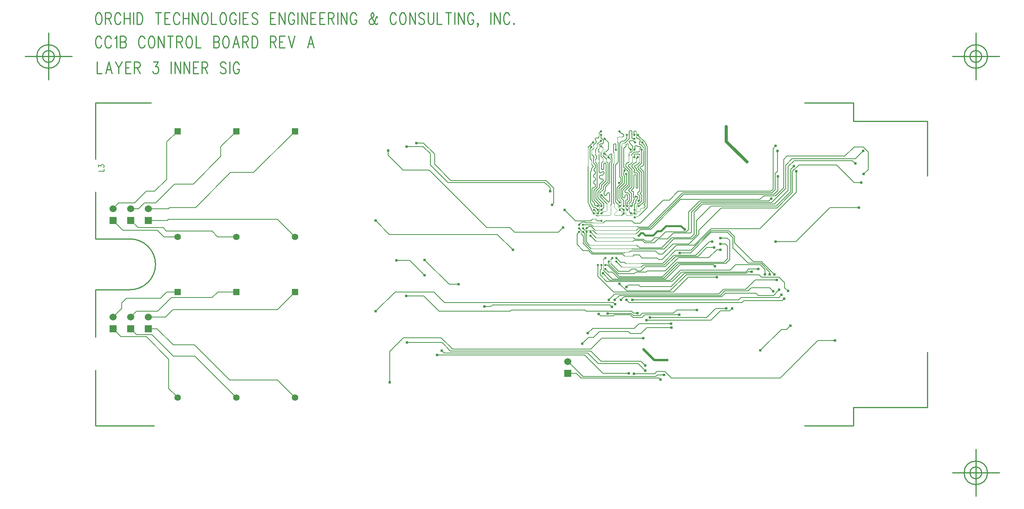
<source format=gbr>
*
*
G04 PADS 9.2 Build Number: 414666 generated Gerber (RS-274-X) file*
G04 PC Version=2.1*
*
%IN "CC1B_080118.pcb"*%
*
%MOIN*%
*
%FSLAX24Y24*%
*
*
*
*
G04 PC Standard Apertures*
*
*
G04 Thermal Relief Aperture macro.*
%AMTER*
1,1,$1,0,0*
1,0,$1-$2,0,0*
21,0,$3,$4,0,0,45*
21,0,$3,$4,0,0,135*
%
*
*
G04 Annular Aperture macro.*
%AMANN*
1,1,$1,0,0*
1,0,$2,0,0*
%
*
*
G04 Odd Aperture macro.*
%AMODD*
1,1,$1,0,0*
1,0,$1-0.005,0,0*
%
*
*
G04 PC Custom Aperture Macros*
*
*
*
*
*
*
G04 PC Aperture Table*
*
%ADD010C,0.001*%
%ADD013R,0.06X0.06*%
%ADD014C,0.06*%
%ADD025C,0.02*%
%ADD028C,0.01*%
%ADD031C,0.015*%
%ADD032C,0.005*%
%ADD035C,0.025*%
%ADD038C,0.019*%
%ADD040C,0.024*%
%ADD063C,0.008*%
%ADD231C,0.0045*%
%ADD330R,0.055X0.055*%
%ADD331C,0.055*%
*
*
*
*
G04 PC Circuitry*
G04 Layer Name CC1B_080118.pcb - circuitry*
%LPD*%
*
*
G04 PC Custom Flashes*
G04 Layer Name CC1B_080118.pcb - flashes*
%LPD*%
*
*
G04 PC Circuitry*
G04 Layer Name CC1B_080118.pcb - circuitry*
%LPD*%
*
G54D10*
G54D13*
G01X60250Y24470D03*
X21500Y37529D03*
Y28279D03*
X23000Y37529D03*
Y28279D03*
X24500D03*
Y37529D03*
G54D14*
X60250Y25470D03*
X21500Y38529D03*
Y29279D03*
X23000Y38529D03*
Y29279D03*
X24500D03*
Y38529D03*
G54D25*
X66700Y26500D02*
X67600Y25600D01*
X68700*
G54D28*
X20145Y51034D02*
Y50050D01*
X20554*
X21133Y51034D02*
X20860Y50050D01*
X21133Y51034D02*
X21406Y50050D01*
X20963Y50378D02*
X21304D01*
X21713Y51034D02*
X21985Y50565D01*
X21985D02*
Y50050D01*
X22258Y51034D02*
X21985Y50565D01*
X22565Y51034D02*
Y50050D01*
Y51034D02*
X23008D01*
X22565Y50565D02*
X22838D01*
X22565Y50050D02*
X23008D01*
X23315Y51034D02*
Y50050D01*
Y51034D02*
X23622D01*
X23724Y50987*
X23724D02*
X23758Y50940D01*
X23758D02*
X23792Y50846D01*
X23792D02*
Y50753D01*
X23792D02*
X23758Y50659D01*
X23758D02*
X23724Y50612D01*
X23724D02*
X23622Y50565D01*
X23622D02*
X23315D01*
X23554D02*
X23792Y50050D01*
X24951Y51034D02*
X25326D01*
X25326D02*
X25122Y50659D01*
X25224*
X25224D02*
X25292Y50612D01*
X25292D02*
X25326Y50565D01*
X25326D02*
X25360Y50425D01*
X25360D02*
Y50331D01*
X25360D02*
X25326Y50190D01*
X25326D02*
X25258Y50096D01*
X25258D02*
X25156Y50050D01*
X25054*
X24951Y50096*
X24951D02*
X24917Y50143D01*
X24917D02*
X24883Y50237D01*
X26451Y51034D02*
Y50050D01*
X26758Y51034D02*
Y50050D01*
Y51034D02*
X27235Y50050D01*
Y51034D02*
Y50050D01*
X27542Y51034D02*
Y50050D01*
Y51034D02*
X28020Y50050D01*
Y51034D02*
Y50050D01*
X28326Y51034D02*
Y50050D01*
Y51034D02*
X28770D01*
X28326Y50565D02*
X28599D01*
X28326Y50050D02*
X28770D01*
X29076Y51034D02*
Y50050D01*
Y51034D02*
X29383D01*
X29383D02*
X29485Y50987D01*
X29485D02*
X29520Y50940D01*
X29520D02*
X29554Y50846D01*
X29554D02*
Y50753D01*
X29520Y50659*
X29485Y50612*
X29485D02*
X29383Y50565D01*
X29383D02*
X29076D01*
X29315D02*
X29554Y50050D01*
X31122Y50893D02*
X31054Y50987D01*
X31054D02*
X30951Y51034D01*
X30951D02*
X30815D01*
X30713Y50987*
X30713D02*
X30645Y50893D01*
X30645D02*
Y50800D01*
X30679Y50706*
X30713Y50659*
X30781Y50612*
X30781D02*
X30985Y50518D01*
X30985D02*
X31054Y50471D01*
X31054D02*
X31088Y50425D01*
X31122Y50331*
Y50190*
X31122D02*
X31054Y50096D01*
X31054D02*
X30951Y50050D01*
X30951D02*
X30815D01*
X30713Y50096*
X30713D02*
X30645Y50190D01*
X31429Y51034D02*
Y50050D01*
X32247Y50800D02*
X32213Y50893D01*
X32213D02*
X32145Y50987D01*
X32145D02*
X32076Y51034D01*
X32076D02*
X31940D01*
X31872Y50987*
X31872D02*
X31804Y50893D01*
X31804D02*
X31770Y50800D01*
X31735Y50659*
X31735D02*
Y50425D01*
X31735D02*
X31770Y50284D01*
X31804Y50190*
X31804D02*
X31872Y50096D01*
X31872D02*
X31940Y50050D01*
X32076*
X32076D02*
X32145Y50096D01*
X32145D02*
X32213Y50190D01*
X32213D02*
X32247Y50284D01*
Y50425*
X32076D02*
X32247D01*
X20511Y53000D02*
X20477Y53093D01*
X20477D02*
X20409Y53187D01*
X20409D02*
X20340Y53234D01*
X20340D02*
X20204D01*
X20204D02*
X20136Y53187D01*
X20136D02*
X20068Y53093D01*
X20068D02*
X20034Y53000D01*
X20000Y52859*
Y52625*
X20034Y52484*
X20068Y52390*
X20068D02*
X20136Y52296D01*
X20136D02*
X20204Y52250D01*
X20204D02*
X20340D01*
X20340D02*
X20409Y52296D01*
X20409D02*
X20477Y52390D01*
X20477D02*
X20511Y52484D01*
X21329Y53000D02*
X21295Y53093D01*
X21295D02*
X21227Y53187D01*
X21227D02*
X21159Y53234D01*
X21022*
X21022D02*
X20954Y53187D01*
X20954D02*
X20886Y53093D01*
X20886D02*
X20852Y53000D01*
X20818Y52859*
Y52625*
X20852Y52484*
X20886Y52390*
X20886D02*
X20954Y52296D01*
X20954D02*
X21022Y52250D01*
X21022D02*
X21159D01*
X21227Y52296*
X21227D02*
X21295Y52390D01*
X21295D02*
X21329Y52484D01*
X21636Y53046D02*
X21704Y53093D01*
X21704D02*
X21806Y53234D01*
X21806D02*
Y52250D01*
X22113Y53234D02*
Y52250D01*
Y53234D02*
X22420D01*
X22522Y53187*
X22522D02*
X22556Y53140D01*
X22556D02*
X22590Y53046D01*
X22590D02*
Y52953D01*
X22590D02*
X22556Y52859D01*
X22556D02*
X22522Y52812D01*
X22522D02*
X22420Y52765D01*
X22113D02*
X22420D01*
X22420D02*
X22522Y52718D01*
X22522D02*
X22556Y52671D01*
X22556D02*
X22590Y52578D01*
X22590D02*
Y52437D01*
X22590D02*
X22556Y52343D01*
X22556D02*
X22522Y52296D01*
X22522D02*
X22420Y52250D01*
X22113*
X24193Y53000D02*
X24159Y53093D01*
X24159D02*
X24090Y53187D01*
X24090D02*
X24022Y53234D01*
X24022D02*
X23886D01*
X23818Y53187*
X23818D02*
X23750Y53093D01*
X23750D02*
X23715Y53000D01*
X23715D02*
X23681Y52859D01*
X23681D02*
Y52625D01*
X23681D02*
X23715Y52484D01*
X23715D02*
X23750Y52390D01*
X23750D02*
X23818Y52296D01*
X23818D02*
X23886Y52250D01*
X24022*
X24022D02*
X24090Y52296D01*
X24090D02*
X24159Y52390D01*
X24159D02*
X24193Y52484D01*
X24704Y53234D02*
X24636Y53187D01*
X24636D02*
X24568Y53093D01*
X24568D02*
X24534Y53000D01*
X24500Y52859*
Y52625*
X24534Y52484*
X24568Y52390*
X24568D02*
X24636Y52296D01*
X24636D02*
X24704Y52250D01*
X24704D02*
X24840D01*
X24840D02*
X24909Y52296D01*
X24909D02*
X24977Y52390D01*
X24977D02*
X25011Y52484D01*
X25045Y52625*
Y52859*
X25011Y53000*
X24977Y53093*
X24977D02*
X24909Y53187D01*
X24909D02*
X24840Y53234D01*
X24840D02*
X24704D01*
X25352D02*
Y52250D01*
Y53234D02*
X25829Y52250D01*
Y53234D02*
Y52250D01*
X26375Y53234D02*
Y52250D01*
X26136Y53234D02*
X26613D01*
X26920D02*
Y52250D01*
Y53234D02*
X27227D01*
X27329Y53187*
X27329D02*
X27363Y53140D01*
X27363D02*
X27397Y53046D01*
X27397D02*
Y52953D01*
X27397D02*
X27363Y52859D01*
X27363D02*
X27329Y52812D01*
X27329D02*
X27227Y52765D01*
X27227D02*
X26920D01*
X27159D02*
X27397Y52250D01*
X27909Y53234D02*
X27840Y53187D01*
X27840D02*
X27772Y53093D01*
X27772D02*
X27738Y53000D01*
X27738D02*
X27704Y52859D01*
X27704D02*
Y52625D01*
X27704D02*
X27738Y52484D01*
X27738D02*
X27772Y52390D01*
X27772D02*
X27840Y52296D01*
X27840D02*
X27909Y52250D01*
X28045*
X28113Y52296*
X28113D02*
X28181Y52390D01*
X28181D02*
X28215Y52484D01*
X28215D02*
X28250Y52625D01*
Y52859*
X28215Y53000*
X28215D02*
X28181Y53093D01*
X28181D02*
X28113Y53187D01*
X28113D02*
X28045Y53234D01*
X27909*
X28556D02*
Y52250D01*
X28556D02*
X28965D01*
X30056Y53234D02*
Y52250D01*
Y53234D02*
X30363D01*
X30363D02*
X30465Y53187D01*
X30465D02*
X30500Y53140D01*
X30500D02*
X30534Y53046D01*
X30534D02*
Y52953D01*
X30500Y52859*
X30465Y52812*
X30465D02*
X30363Y52765D01*
X30056D02*
X30363D01*
X30363D02*
X30465Y52718D01*
X30465D02*
X30500Y52671D01*
X30500D02*
X30534Y52578D01*
Y52437*
X30534D02*
X30500Y52343D01*
X30500D02*
X30465Y52296D01*
X30465D02*
X30363Y52250D01*
X30363D02*
X30056D01*
X31045Y53234D02*
X30977Y53187D01*
X30977D02*
X30909Y53093D01*
X30909D02*
X30875Y53000D01*
X30840Y52859*
X30840D02*
Y52625D01*
X30840D02*
X30875Y52484D01*
X30909Y52390*
X30909D02*
X30977Y52296D01*
X30977D02*
X31045Y52250D01*
X31181*
X31181D02*
X31250Y52296D01*
X31250D02*
X31318Y52390D01*
X31318D02*
X31352Y52484D01*
X31386Y52625*
Y52859*
X31352Y53000*
X31318Y53093*
X31318D02*
X31250Y53187D01*
X31250D02*
X31181Y53234D01*
X31181D02*
X31045D01*
X31965D02*
X31693Y52250D01*
X31965Y53234D02*
X32238Y52250D01*
X31795Y52578D02*
X32136D01*
X32545Y53234D02*
Y52250D01*
Y53234D02*
X32852D01*
X32954Y53187*
X32954D02*
X32988Y53140D01*
X32988D02*
X33022Y53046D01*
X33022D02*
Y52953D01*
X33022D02*
X32988Y52859D01*
X32988D02*
X32954Y52812D01*
X32954D02*
X32852Y52765D01*
X32852D02*
X32545D01*
X32784D02*
X33022Y52250D01*
X33329Y53234D02*
Y52250D01*
Y53234D02*
X33568D01*
X33670Y53187*
X33670D02*
X33738Y53093D01*
X33738D02*
X33772Y53000D01*
X33772D02*
X33806Y52859D01*
X33806D02*
Y52625D01*
X33806D02*
X33772Y52484D01*
X33772D02*
X33738Y52390D01*
X33738D02*
X33670Y52296D01*
X33670D02*
X33568Y52250D01*
X33329*
X34897Y53234D02*
Y52250D01*
Y53234D02*
X35204D01*
X35204D02*
X35306Y53187D01*
X35306D02*
X35340Y53140D01*
X35340D02*
X35375Y53046D01*
X35375D02*
Y52953D01*
X35340Y52859*
X35340D02*
X35306Y52812D01*
X35306D02*
X35204Y52765D01*
X35204D02*
X34897D01*
X35136D02*
X35375Y52250D01*
X35681Y53234D02*
Y52250D01*
Y53234D02*
X36125D01*
X35681Y52765D02*
X35954D01*
X35681Y52250D02*
X36125D01*
X36431Y53234D02*
X36704Y52250D01*
X36977Y53234D02*
X36704Y52250D01*
X38340Y53234D02*
X38068Y52250D01*
X38340Y53234D02*
X38613Y52250D01*
X38170Y52578D02*
X38511D01*
X20204Y55234D02*
X20136Y55187D01*
X20136D02*
X20068Y55093D01*
X20068D02*
X20034Y55000D01*
X20000Y54859*
Y54625*
X20034Y54484*
X20068Y54390*
X20068D02*
X20136Y54296D01*
X20136D02*
X20204Y54250D01*
X20204D02*
X20340D01*
X20340D02*
X20409Y54296D01*
X20409D02*
X20477Y54390D01*
X20477D02*
X20511Y54484D01*
X20545Y54625*
Y54859*
X20511Y55000*
X20477Y55093*
X20477D02*
X20409Y55187D01*
X20409D02*
X20340Y55234D01*
X20340D02*
X20204D01*
X20852D02*
Y54250D01*
Y55234D02*
X21159D01*
X21261Y55187*
X21261D02*
X21295Y55140D01*
X21295D02*
X21329Y55046D01*
X21329D02*
Y54953D01*
X21329D02*
X21295Y54859D01*
X21261Y54812*
X21261D02*
X21159Y54765D01*
X21159D02*
X20852D01*
X21090D02*
X21329Y54250D01*
X22147Y55000D02*
X22113Y55093D01*
X22113D02*
X22045Y55187D01*
X22045D02*
X21977Y55234D01*
X21840*
X21840D02*
X21772Y55187D01*
X21772D02*
X21704Y55093D01*
X21704D02*
X21670Y55000D01*
X21636Y54859*
Y54625*
X21670Y54484*
X21704Y54390*
X21704D02*
X21772Y54296D01*
X21772D02*
X21840Y54250D01*
X21840D02*
X21977D01*
X22045Y54296*
X22045D02*
X22113Y54390D01*
X22113D02*
X22147Y54484D01*
X22454Y55234D02*
Y54250D01*
X22931Y55234D02*
Y54250D01*
X22454Y54765D02*
X22931D01*
X23238Y55234D02*
Y54250D01*
X23545Y55234D02*
Y54250D01*
Y55234D02*
X23784D01*
X23886Y55187*
X23886D02*
X23954Y55093D01*
X23954D02*
X23988Y55000D01*
X23988D02*
X24022Y54859D01*
X24022D02*
Y54625D01*
X24022D02*
X23988Y54484D01*
X23988D02*
X23954Y54390D01*
X23954D02*
X23886Y54296D01*
X23886D02*
X23784Y54250D01*
X23545*
X25352Y55234D02*
Y54250D01*
X25113Y55234D02*
X25590D01*
X25897D02*
Y54250D01*
Y55234D02*
X26340D01*
X25897Y54765D02*
X26170D01*
X25897Y54250D02*
X26340D01*
X27159Y55000D02*
X27125Y55093D01*
X27125D02*
X27056Y55187D01*
X27056D02*
X26988Y55234D01*
X26988D02*
X26852D01*
X26784Y55187*
X26784D02*
X26715Y55093D01*
X26715D02*
X26681Y55000D01*
X26681D02*
X26647Y54859D01*
X26647D02*
Y54625D01*
X26647D02*
X26681Y54484D01*
X26681D02*
X26715Y54390D01*
X26715D02*
X26784Y54296D01*
X26784D02*
X26852Y54250D01*
X26988*
X26988D02*
X27056Y54296D01*
X27056D02*
X27125Y54390D01*
X27125D02*
X27159Y54484D01*
X27465Y55234D02*
Y54250D01*
X27943Y55234D02*
Y54250D01*
X27465Y54765D02*
X27943D01*
X28250Y55234D02*
Y54250D01*
Y55234D02*
X28727Y54250D01*
Y55234D02*
Y54250D01*
X29238Y55234D02*
X29170Y55187D01*
X29170D02*
X29102Y55093D01*
X29102D02*
X29068Y55000D01*
X29034Y54859*
Y54625*
X29068Y54484*
X29102Y54390*
X29102D02*
X29170Y54296D01*
X29170D02*
X29238Y54250D01*
X29238D02*
X29375D01*
X29443Y54296*
X29443D02*
X29511Y54390D01*
X29511D02*
X29545Y54484D01*
X29579Y54625*
X29579D02*
Y54859D01*
X29579D02*
X29545Y55000D01*
X29511Y55093*
X29511D02*
X29443Y55187D01*
X29443D02*
X29375Y55234D01*
X29238*
X29886D02*
Y54250D01*
X30295*
X30806Y55234D02*
X30738Y55187D01*
X30738D02*
X30670Y55093D01*
X30670D02*
X30636Y55000D01*
X30602Y54859*
Y54625*
X30636Y54484*
X30670Y54390*
X30670D02*
X30738Y54296D01*
X30738D02*
X30806Y54250D01*
X30806D02*
X30943D01*
X31011Y54296*
X31011D02*
X31079Y54390D01*
X31079D02*
X31113Y54484D01*
X31113D02*
X31147Y54625D01*
X31147D02*
Y54859D01*
X31147D02*
X31113Y55000D01*
X31113D02*
X31079Y55093D01*
X31079D02*
X31011Y55187D01*
X31011D02*
X30943Y55234D01*
X30806*
X31965Y55000D02*
X31931Y55093D01*
X31931D02*
X31863Y55187D01*
X31863D02*
X31795Y55234D01*
X31659*
X31590Y55187*
X31590D02*
X31522Y55093D01*
X31522D02*
X31488Y55000D01*
X31488D02*
X31454Y54859D01*
X31454D02*
Y54625D01*
X31454D02*
X31488Y54484D01*
X31488D02*
X31522Y54390D01*
X31522D02*
X31590Y54296D01*
X31590D02*
X31659Y54250D01*
X31795*
X31863Y54296*
X31863D02*
X31931Y54390D01*
X31931D02*
X31965Y54484D01*
X31965D02*
Y54625D01*
X31795D02*
X31965D01*
X32272Y55234D02*
Y54250D01*
X32579Y55234D02*
Y54250D01*
Y55234D02*
X33022D01*
X32579Y54765D02*
X32852D01*
X32579Y54250D02*
X33022D01*
X33806Y55093D02*
X33738Y55187D01*
X33738D02*
X33636Y55234D01*
X33500*
X33397Y55187*
X33397D02*
X33329Y55093D01*
X33329D02*
Y55000D01*
X33329D02*
X33363Y54906D01*
X33363D02*
X33397Y54859D01*
X33397D02*
X33465Y54812D01*
X33465D02*
X33670Y54718D01*
X33670D02*
X33738Y54671D01*
X33738D02*
X33772Y54625D01*
X33772D02*
X33806Y54531D01*
X33806D02*
Y54390D01*
X33806D02*
X33738Y54296D01*
X33738D02*
X33636Y54250D01*
X33500*
X33397Y54296*
X33397D02*
X33329Y54390D01*
X34897Y55234D02*
Y54250D01*
Y55234D02*
X35340D01*
X34897Y54765D02*
X35170D01*
X34897Y54250D02*
X35340D01*
X35647Y55234D02*
Y54250D01*
Y55234D02*
X36125Y54250D01*
Y55234D02*
Y54250D01*
X36943Y55000D02*
X36909Y55093D01*
X36909D02*
X36840Y55187D01*
X36840D02*
X36772Y55234D01*
X36772D02*
X36636D01*
X36568Y55187*
X36568D02*
X36500Y55093D01*
X36500D02*
X36465Y55000D01*
X36465D02*
X36431Y54859D01*
X36431D02*
Y54625D01*
X36431D02*
X36465Y54484D01*
X36465D02*
X36500Y54390D01*
X36500D02*
X36568Y54296D01*
X36568D02*
X36636Y54250D01*
X36772*
X36772D02*
X36840Y54296D01*
X36840D02*
X36909Y54390D01*
X36909D02*
X36943Y54484D01*
Y54625*
X36772D02*
X36943D01*
X37250Y55234D02*
Y54250D01*
X37556Y55234D02*
Y54250D01*
Y55234D02*
X38034Y54250D01*
Y55234D02*
Y54250D01*
X38340Y55234D02*
Y54250D01*
Y55234D02*
X38784D01*
X38340Y54765D02*
X38613D01*
X38340Y54250D02*
X38784D01*
X39090Y55234D02*
Y54250D01*
Y55234D02*
X39534D01*
X39090Y54765D02*
X39363D01*
X39090Y54250D02*
X39534D01*
X39840Y55234D02*
Y54250D01*
Y55234D02*
X40147D01*
X40147D02*
X40250Y55187D01*
X40250D02*
X40284Y55140D01*
X40284D02*
X40318Y55046D01*
X40318D02*
Y54953D01*
X40284Y54859*
X40250Y54812*
X40250D02*
X40147Y54765D01*
X40147D02*
X39840D01*
X40079D02*
X40318Y54250D01*
X40625Y55234D02*
Y54250D01*
X40931Y55234D02*
Y54250D01*
Y55234D02*
X41409Y54250D01*
Y55234D02*
Y54250D01*
X42227Y55000D02*
X42193Y55093D01*
X42193D02*
X42125Y55187D01*
X42125D02*
X42056Y55234D01*
X42056D02*
X41920D01*
X41852Y55187*
X41852D02*
X41784Y55093D01*
X41784D02*
X41750Y55000D01*
X41715Y54859*
X41715D02*
Y54625D01*
X41715D02*
X41750Y54484D01*
X41784Y54390*
X41784D02*
X41852Y54296D01*
X41852D02*
X41920Y54250D01*
X42056*
X42056D02*
X42125Y54296D01*
X42125D02*
X42193Y54390D01*
X42193D02*
X42227Y54484D01*
Y54625*
X42056D02*
X42227D01*
X44000Y54812D02*
Y54859D01*
X43965Y54906*
X43965D02*
X43931D01*
X43931D02*
X43897Y54859D01*
X43897D02*
X43863Y54765D01*
X43863D02*
X43795Y54531D01*
X43727Y54390*
X43727D02*
X43659Y54296D01*
X43659D02*
X43590Y54250D01*
X43590D02*
X43454D01*
X43454D02*
X43386Y54296D01*
X43386D02*
X43352Y54343D01*
X43352D02*
X43318Y54437D01*
X43318D02*
Y54531D01*
X43352Y54625*
X43386Y54671*
X43386D02*
X43625Y54859D01*
X43659Y54906*
X43693Y55000*
Y55093*
X43693D02*
X43659Y55187D01*
X43659D02*
X43590Y55234D01*
X43590D02*
X43522Y55187D01*
X43522D02*
X43488Y55093D01*
X43488D02*
Y55000D01*
X43488D02*
X43522Y54859D01*
X43522D02*
X43590Y54718D01*
X43590D02*
X43761Y54390D01*
X43761D02*
X43829Y54296D01*
X43829D02*
X43897Y54250D01*
X43897D02*
X43965D01*
X43965D02*
X44000Y54296D01*
X44000D02*
Y54343D01*
X45602Y55000D02*
X45568Y55093D01*
X45568D02*
X45500Y55187D01*
X45500D02*
X45431Y55234D01*
X45431D02*
X45295D01*
X45227Y55187*
X45227D02*
X45159Y55093D01*
X45159D02*
X45125Y55000D01*
X45090Y54859*
X45090D02*
Y54625D01*
X45090D02*
X45125Y54484D01*
X45159Y54390*
X45159D02*
X45227Y54296D01*
X45227D02*
X45295Y54250D01*
X45431*
X45431D02*
X45500Y54296D01*
X45500D02*
X45568Y54390D01*
X45568D02*
X45602Y54484D01*
X46113Y55234D02*
X46045Y55187D01*
X46045D02*
X45977Y55093D01*
X45977D02*
X45943Y55000D01*
X45909Y54859*
Y54625*
X45943Y54484*
X45977Y54390*
X45977D02*
X46045Y54296D01*
X46045D02*
X46113Y54250D01*
X46113D02*
X46250D01*
X46318Y54296*
X46318D02*
X46386Y54390D01*
X46386D02*
X46420Y54484D01*
X46454Y54625*
X46454D02*
Y54859D01*
X46454D02*
X46420Y55000D01*
X46386Y55093*
X46386D02*
X46318Y55187D01*
X46318D02*
X46250Y55234D01*
X46113*
X46761D02*
Y54250D01*
Y55234D02*
X47238Y54250D01*
Y55234D02*
Y54250D01*
X48022Y55093D02*
X47954Y55187D01*
X47954D02*
X47852Y55234D01*
X47715*
X47715D02*
X47613Y55187D01*
X47613D02*
X47545Y55093D01*
X47545D02*
Y55000D01*
X47579Y54906*
X47579D02*
X47613Y54859D01*
X47613D02*
X47681Y54812D01*
X47681D02*
X47886Y54718D01*
X47886D02*
X47954Y54671D01*
X47954D02*
X47988Y54625D01*
X47988D02*
X48022Y54531D01*
X48022D02*
Y54390D01*
X48022D02*
X47954Y54296D01*
X47954D02*
X47852Y54250D01*
X47715*
X47715D02*
X47613Y54296D01*
X47613D02*
X47545Y54390D01*
X48329Y55234D02*
Y54531D01*
X48329D02*
X48363Y54390D01*
X48363D02*
X48431Y54296D01*
X48431D02*
X48534Y54250D01*
X48602*
X48704Y54296*
X48704D02*
X48772Y54390D01*
X48772D02*
X48806Y54531D01*
X48806D02*
Y55234D01*
X49113D02*
Y54250D01*
X49113D02*
X49522D01*
X50068Y55234D02*
Y54250D01*
X49829Y55234D02*
X50306D01*
X50613D02*
Y54250D01*
X50920Y55234D02*
Y54250D01*
Y55234D02*
X51397Y54250D01*
Y55234D02*
Y54250D01*
X52215Y55000D02*
X52181Y55093D01*
X52181D02*
X52113Y55187D01*
X52113D02*
X52045Y55234D01*
X51909*
X51840Y55187*
X51840D02*
X51772Y55093D01*
X51772D02*
X51738Y55000D01*
X51738D02*
X51704Y54859D01*
X51704D02*
Y54625D01*
X51704D02*
X51738Y54484D01*
X51738D02*
X51772Y54390D01*
X51772D02*
X51840Y54296D01*
X51840D02*
X51909Y54250D01*
X52045*
X52113Y54296*
X52113D02*
X52181Y54390D01*
X52181D02*
X52215Y54484D01*
X52215D02*
Y54625D01*
X52045D02*
X52215D01*
X52590Y54296D02*
X52556Y54250D01*
X52556D02*
X52522Y54296D01*
X52522D02*
X52556Y54343D01*
X52556D02*
X52590Y54296D01*
X52590D02*
Y54203D01*
X52590D02*
X52556Y54109D01*
X52556D02*
X52522Y54062D01*
X53681Y55234D02*
Y54250D01*
X53988Y55234D02*
Y54250D01*
Y55234D02*
X54465Y54250D01*
Y55234D02*
Y54250D01*
X55284Y55000D02*
X55250Y55093D01*
X55250D02*
X55181Y55187D01*
X55181D02*
X55113Y55234D01*
X55113D02*
X54977D01*
X54909Y55187*
X54909D02*
X54840Y55093D01*
X54840D02*
X54806Y55000D01*
X54806D02*
X54772Y54859D01*
X54772D02*
Y54625D01*
X54772D02*
X54806Y54484D01*
X54806D02*
X54840Y54390D01*
X54840D02*
X54909Y54296D01*
X54909D02*
X54977Y54250D01*
X55113*
X55113D02*
X55181Y54296D01*
X55181D02*
X55250Y54390D01*
X55250D02*
X55284Y54484D01*
X55625Y54343D02*
X55590Y54296D01*
X55590D02*
X55625Y54250D01*
X55659Y54296*
X55659D02*
X55625Y54343D01*
X17000Y51500D02*
G75*
G03X17000I-1000J0D01*
G01X16500D02*
G03X16500I-500J0D01*
G01X16000Y53500D02*
Y49500D01*
X14000Y51500D02*
X18000D01*
X96000D02*
G03X96000I-1000J0D01*
G01X95500D02*
G03X95500I-500J0D01*
G01X95000Y53500D02*
Y49500D01*
X93000Y51500D02*
X97000D01*
X96000Y16000D02*
G03X96000I-1000J0D01*
G01X95500D02*
G03X95500I-500J0D01*
G01X95000Y18000D02*
Y14000D01*
X93000Y16000D02*
X97000D01*
X25000Y20000D02*
X20000D01*
Y24750*
Y42750D02*
Y47560D01*
X24750*
X80410Y47559D02*
X84565D01*
Y45985*
X90865*
Y41300*
X80403Y20000D02*
X84568D01*
Y21573*
X90867*
Y26270*
X20000Y27596D02*
Y31614D01*
X22950*
G03X22949Y35940I7J2163*
G01X22950D02*
X20000D01*
Y39956*
G54D31*
X66259Y36220D02*
X66480Y36456D01*
X66480D02*
X66653D01*
X66653D02*
X66850Y36259D01*
X66850D02*
X67519D01*
X67519D02*
X67874Y36614D01*
X68175*
X68610Y37050*
X68610D02*
X69875D01*
X70200Y36750*
G54D32*
X45075Y23700D02*
Y26350D01*
X46250Y27525*
X49450*
X50425Y26550*
X62200*
X63125Y27475*
X66675*
X27000Y31429D02*
X27070D01*
X24500Y29279D02*
X25975D01*
X25975D02*
X26620Y29925D01*
X35495*
X37000Y31429*
X24500Y28279D02*
X25250D01*
X25250D02*
X26625Y26904D01*
X26625D02*
X28450D01*
X28450D02*
X31429Y23925D01*
X31429D02*
X35504D01*
X35504D02*
X37000Y22429D01*
X23000Y29279D02*
X23495Y29775D01*
X25300*
X26475Y30950*
X29950*
X30429Y31429*
X30429D02*
X32000D01*
X23000Y28279D02*
X23504Y27775D01*
X23504D02*
X24800D01*
X26625Y25950*
X28479*
X28479D02*
X32000Y22429D01*
X21500Y29279D02*
X22245Y30025D01*
Y30475*
X22645Y30875*
X25525*
X26079Y31429*
X26079D02*
X27070D01*
X21500Y28279D02*
X22175Y27604D01*
X22175D02*
X24325D01*
X24325D02*
X26254Y25675D01*
X26254D02*
Y23175D01*
X26254D02*
X26925Y22504D01*
X26925D02*
Y22354D01*
X26925D02*
X27000Y22429D01*
X43875Y29775D02*
X45525Y31425D01*
X48825*
X49725Y30525*
X64125*
X64275Y30375*
X46475Y31075D02*
X47975D01*
X49275Y29775*
X55350*
X55450Y29875*
X61700*
X61800Y29775*
X65675*
X65825Y29625*
X66175*
X49500Y26425D02*
X49700Y26225D01*
X61925*
X62850Y25300*
X66225*
X66825Y24700*
X46525Y27100D02*
X49525D01*
X50250Y26375*
X62200*
X63075Y25500*
X66475*
X66825Y25150*
X49100Y26050D02*
X61675D01*
X63250Y24475*
X65425*
X53125Y30175D02*
X53675D01*
X53825Y30325*
X63825*
X64000Y30150*
X61475Y27025D02*
X62000Y27550D01*
X62425*
X62925Y28050*
X65400*
X65575Y27875*
X66475*
X66975Y28375*
X69075*
X61950Y27900D02*
X62375Y28325D01*
X65900*
X66300Y28725*
X69050*
X63650Y29575D02*
X65650D01*
X65825Y29400*
X66400*
X66600Y29600*
X69250*
X69525Y29875*
X71225*
X65875Y24450D02*
X67625D01*
X67825Y24650*
X68500*
X69075Y24075*
X78325*
X81525Y27275*
X83000*
X66925Y29025D02*
X72450D01*
X73225Y29800*
X74050*
X74250Y30000*
X67250Y29250D02*
X72075D01*
X72850Y30025*
X73750*
X62875Y29550D02*
X63050Y29375D01*
X64100*
X64200Y29475*
X65575*
X65800Y29250*
X66575*
X66800Y29475*
X69750*
X63740Y30748D02*
X64242Y31250D01*
X73100*
X73500Y31650*
X75400*
X76200Y32450*
X78050*
X64252Y30748D02*
X64628Y31125D01*
X64628D02*
X73225D01*
X73600Y31500*
X75600*
X75875Y31775*
X77400*
X77450*
X77750Y31475*
X65748Y30748D02*
X73073D01*
X73075Y30750*
X74800*
X75000Y30950*
X78225*
X78450Y31175*
X65236Y30748D02*
X65484Y30500D01*
X75075*
X75250Y30675*
X78500*
X78675Y30850*
X65236Y31850D02*
X65393Y32007D01*
X65393D02*
X66299D01*
X66299D02*
X66417Y31889D01*
X66417D02*
X69050D01*
X69050D02*
X70160Y33000D01*
X75450*
X75600Y33150*
X75900*
X64763Y30748D02*
X65025Y31000D01*
X73350*
X73675Y31325*
X76275*
X76475Y31125*
X77775*
X78250Y31600*
X60250Y25470D02*
X60279D01*
X60279D02*
X61550Y24200D01*
X67725*
X67875Y24350*
X68425*
X60250Y24470D02*
X60979D01*
X60979D02*
X61375Y24075D01*
X68025*
X68150Y23950*
X76650Y26450D02*
X78425Y28225D01*
X78875*
X79200Y28550*
X24500Y38529D02*
X26225D01*
X26225D02*
X26320Y38625D01*
X28525*
X31500Y41600*
X33470*
X37000Y45129*
X24500Y37529D02*
X26125D01*
X26125D02*
X26220Y37625D01*
X35504*
X35504D02*
X37000Y36129D01*
X23000Y38529D02*
X23675D01*
X23675D02*
X24175Y39025D01*
X25125*
X26725Y40625*
X28325*
X30675Y42975*
Y43804*
X30675D02*
X32000Y45129D01*
X23000Y37529D02*
X23629Y36900D01*
X23629D02*
X25775D01*
X26050Y36625*
X29925*
X30420Y36129*
X30420D02*
X32000D01*
X21500Y38529D02*
X21970Y39000D01*
X23325*
X24325Y40000*
X25050*
X26075Y41025*
Y44204*
X26075D02*
X27000Y45129D01*
X21500Y37529D02*
X22354Y36675D01*
X22354D02*
X25284D01*
X25829Y36129*
X25829D02*
X27000D01*
X45650Y34100D02*
X46775D01*
X48025Y32850*
Y34150D02*
X50125Y32075D01*
X50925*
X43875Y37500D02*
X45050Y36325D01*
X54250*
X55575Y35000*
X58905Y38850D02*
X59055Y39000D01*
X65472Y34803D02*
X65590Y34921D01*
X65590D02*
X67716D01*
X67716D02*
X67992Y34645D01*
X67992D02*
X68320D01*
X68320D02*
X69200Y35525D01*
X70582*
X70582D02*
X71400Y36342D01*
Y36675*
X73300Y38575*
X78075*
X79150Y39675*
X79375Y39900*
Y41700*
X79925Y42250*
X83150*
X84650Y40750*
X85250*
X66063Y36378D02*
X66435Y36750D01*
X67303*
X69853Y39300*
X76600*
X76925Y39625*
X77950*
X78625Y40300*
Y42725*
X78900Y43000*
X83850*
X84625Y43775*
X85400*
X85825Y43350*
X63267Y37322D02*
X63425Y37480D01*
X65708*
X65708D02*
X65905Y37283D01*
X65905D02*
X66400D01*
X68375Y39252*
X68897*
X68897D02*
X69645Y40000D01*
X69645D02*
X77550D01*
X77725Y40175*
Y43650*
X77950Y43875*
X66175Y37007D02*
X66232Y36950D01*
X66232D02*
X67107D01*
X70039Y39881*
X70039D02*
X77631D01*
X77631D02*
X77900Y40150D01*
Y41525*
X78100Y41725*
Y43450*
X65800Y35748D02*
X65875Y35823D01*
X66600*
X66800Y35625*
X67600*
X67925Y35950*
X68725*
X69225Y36450*
X70700*
X70775Y36525*
Y38225*
X71600Y39050*
X77600*
X78800Y40250*
Y42225*
X79350Y42775*
X84725*
X85400Y43450*
X65800Y34488D02*
X65886Y34575D01*
X65886D02*
X66325D01*
X66550Y34330*
X66550D02*
X67834D01*
X67834D02*
X67992Y34173D01*
X68267*
X68267D02*
X69519Y35425D01*
X71050*
X72437Y36812*
X72437D02*
X76612D01*
X76612D02*
X79700Y39900D01*
Y41700*
X66456Y33858D02*
X68325D01*
X69425Y34975*
X70750*
X72425Y36650*
X73950*
X74450Y36150*
Y35600*
X76050Y34000*
X76750*
X77850Y32900*
X63267Y34173D02*
X63425Y34330D01*
X66500Y33543D02*
X66675Y33718D01*
X68450*
X69275Y34550*
X71150*
X72300Y35700*
X72550*
X65700Y35118D02*
X65743Y35075D01*
X68425*
X69275Y35950*
X70850*
X71200Y36300*
Y37500*
X72450Y38750*
X78003*
X78003D02*
X79225Y39971D01*
Y41875*
X79500Y42150*
X62598Y37637D02*
X62755Y37480D01*
X62755D02*
X63110D01*
X66100Y35433D02*
X66183Y35350D01*
X66383Y35175*
X68225*
X69100Y36050*
X70700*
X71000Y36350*
Y38225*
X71700Y38925*
X77850*
X79000Y40075*
Y42100*
X79525Y42625*
X83350*
X84475*
X84725Y42375*
X61378Y36378D02*
X61574Y36181D01*
X61574D02*
Y35551D01*
X61574D02*
X62362Y34763D01*
X62362D02*
X65050D01*
X65050D02*
X65089Y34803D01*
X65825Y36063D02*
X65956Y35931D01*
X66675*
X66875Y35750*
X67375*
X67675Y36050*
X68075*
X68575Y36550*
X70350*
X70550Y36750*
Y38250*
X71475Y39175*
X77375*
X77575Y39375*
X61850Y36850D02*
X62025Y37025D01*
X62227*
X62559Y36692*
X61220Y36850D02*
X61378Y36692D01*
X61220Y37165D02*
X61430Y37375D01*
X61722*
X61722D02*
X61775Y37322D01*
X61775D02*
X62325D01*
X66102Y36692D02*
X66259Y36850D01*
X67204*
X70118Y39763*
X70118D02*
X77813D01*
X77813D02*
X78125Y40075D01*
Y41275*
X63897Y33854D02*
X64563Y33189D01*
X64563D02*
X65475D01*
X65475D02*
X65672Y33385D01*
X65672D02*
X65995D01*
X65995D02*
X66181Y33200D01*
X66475*
X66850Y33575*
X68550*
X69425Y34450*
X71323*
X72075Y35225*
X72700*
X62992Y32876D02*
Y33267D01*
X62992D02*
X63110Y33385D01*
X63110D02*
Y33700D01*
X62992Y32876D02*
X63543Y32325D01*
X68543*
X69125*
X69925Y33125*
X75400*
X75650Y33375*
X76475*
X64645Y32126D02*
X65271Y31500D01*
X65271D02*
X68950D01*
X70325Y32875*
X76525*
X76725Y32675*
X78250*
X78710Y32214*
X78710D02*
Y31789D01*
X78710D02*
X79000Y31500D01*
X63897Y34173D02*
X64055Y34330D01*
X63267Y33282D02*
X64025Y32525D01*
X68582*
X68582D02*
X69807Y33750D01*
X69807D02*
X72625D01*
X72775Y33600*
X63425Y33385D02*
X63700Y33110D01*
X63700D02*
X64042D01*
X64527Y32625*
X64527D02*
X68450D01*
X69675Y33850*
X73700*
X74025Y34175*
Y35800*
X59975Y38425D02*
X60919Y37480D01*
X60919D02*
X62204D01*
X62204D02*
X62362Y37637D01*
X61535Y36535D02*
X61692Y36378D01*
X61692D02*
Y35629D01*
X61692D02*
X62204Y35118D01*
X61535Y37165D02*
X62250D01*
X62400Y37007*
X61850Y36535D02*
Y35669D01*
X62086Y35433*
X62637Y37992D02*
X62716Y37913D01*
X62716D02*
X62874D01*
X62913Y37952*
X62962Y39576D02*
X63582Y38956D01*
X63897Y38858D02*
X63976Y38937D01*
Y42401*
X63976D02*
X64015Y42440D01*
X64015D02*
Y42834D01*
X62165Y39055D02*
Y41653D01*
X62165D02*
X62283Y41771D01*
X62283D02*
Y41968D01*
X62283D02*
X62401Y42086D01*
X62165Y39055D02*
X62322Y38897D01*
X62322D02*
Y38779D01*
X62322D02*
X62480Y38622D01*
X62598*
X62795Y38425*
Y39921D02*
Y39448D01*
X62795D02*
X63307Y38937D01*
X62795Y39921D02*
X63110Y40236D01*
Y40511*
X63110D02*
X63503Y40905D01*
X63503D02*
Y42322D01*
X61968Y42165D02*
Y39055D01*
X61968D02*
X62362Y38228D01*
X62480Y38110*
X64842Y37952D02*
X65000Y38110D01*
X63346Y39960D02*
Y39724D01*
X63425Y39645*
X63425D02*
X63503D01*
X63503D02*
X63582Y39724D01*
X63582D02*
Y39803D01*
X63582D02*
X63661Y39881D01*
X63661D02*
X63740D01*
X63740D02*
X63818Y39803D01*
X63346Y39960D02*
X63425Y40039D01*
Y40354*
X63818Y40748*
X63818D02*
Y42480D01*
X63818D02*
X63858Y42519D01*
X64133Y39015D02*
Y42322D01*
X64133D02*
X64173Y42362D01*
X64133Y39015D02*
X64212Y38937D01*
X66338Y37952D02*
X67007Y38622D01*
X67007D02*
Y43818D01*
X65472Y38976D02*
X65669Y39173D01*
X64842Y38582D02*
X65000Y38425D01*
X66181Y38937D02*
X66299D01*
X66535Y39173*
Y39685*
X65157Y38858D02*
Y39212D01*
X65157D02*
X65236Y39291D01*
X65315*
X65354Y39330*
X65472Y38267D02*
X65629Y38110D01*
X64606Y39370D02*
Y40236D01*
X65078Y40708*
X66732Y38858D02*
Y38897D01*
X66732D02*
X66850Y39015D01*
X66732Y38858D02*
X66850Y38740D01*
Y38700*
X66417Y39842D02*
Y39803D01*
X66535Y39685*
X66417Y39842D02*
X66535Y39960D01*
X66535D02*
Y41614D01*
X65433Y38543D02*
Y38622D01*
X65472Y38661*
X65433Y38543D02*
X65472Y38503D01*
X66732Y38582D02*
X66850Y38700D01*
X66220Y39763D02*
Y39881D01*
X66220D02*
X66378Y40039D01*
X66220Y39763D02*
X66378Y39606D01*
Y39291*
X65157Y38582D02*
X65315Y38425D01*
X64921Y39527D02*
Y40078D01*
X64921D02*
X65393Y40551D01*
X64921Y39527D02*
X65000Y39448D01*
X65000D02*
X65078D01*
X65078D02*
X65118Y39488D01*
Y39645*
X65118D02*
X65196Y39724D01*
X65196D02*
X65275D01*
X65275D02*
X65354Y39645D01*
X65354D02*
Y39330D01*
X64763Y39448D02*
Y40157D01*
X64763D02*
X65236Y40629D01*
X64763Y39448D02*
X65000Y39212D01*
X65000D02*
Y38740D01*
X65708Y38976D02*
Y38937D01*
X65708D02*
X65787Y38858D01*
X65708Y38976D02*
X65826Y39094D01*
X65826D02*
Y39252D01*
X65826D02*
X65905Y39330D01*
X65905D02*
Y39448D01*
X62952Y39842D02*
X63267Y40157D01*
X63267D02*
Y40433D01*
X63267D02*
X63661Y40826D01*
X63661D02*
Y42401D01*
X63110Y39685D02*
X63700Y39094D01*
X63700D02*
X63740D01*
X63818Y39173*
X63818D02*
Y39803D01*
X63425Y33700D02*
X63650D01*
X63650D02*
X64625Y32725D01*
X64625D02*
X68300D01*
X69525Y33950*
X73550*
X73850Y34250*
Y35350*
X62795Y33700D02*
Y32738D01*
X62795D02*
X64133Y31400D01*
X64133D02*
X69225D01*
X70500Y32675*
X72925*
X64370Y34330D02*
X64744Y33956D01*
X64744D02*
X65059D01*
X65059D02*
X65157Y33858D01*
X64370Y34015D02*
X64842Y33543D01*
X63740Y34015D02*
Y33794D01*
X64542Y32992*
X65915*
X65915D02*
X66023Y33100D01*
X66023D02*
X66900D01*
X67000Y33200*
X68525*
X69675Y34350*
X72250*
X72925Y35025*
X73225*
X61023Y36338D02*
Y35472D01*
X61023D02*
X61535Y34960D01*
X61535D02*
X62007D01*
X62007D02*
X62322Y34645D01*
X62322D02*
X64921D01*
X64921D02*
X65078Y34488D01*
X61023Y36338D02*
X61220Y36535D01*
X62362Y36692D02*
X62677Y36378D01*
X63225Y33000D02*
X63800Y32425D01*
X68975*
X69825Y33275*
X74075*
X74550Y33750*
X76650*
X77050Y33350*
Y32900*
X63110Y38110D02*
X63267Y38267D01*
X62795Y38110D02*
X62952Y38346D01*
X63110Y38425D02*
X63307Y38622D01*
Y38937*
X62480Y38425D02*
X62637Y38267D01*
X62322Y39212D02*
Y40236D01*
X62322D02*
X62401Y40315D01*
X62401D02*
X62480D01*
X62598Y40433*
X62322Y39212D02*
X62519Y39015D01*
X62519D02*
Y38858D01*
X62519D02*
X62598Y38779D01*
X62598D02*
X62755D01*
X62755D02*
X62795Y38740D01*
X65315D02*
Y39055D01*
X65511Y39252*
X65511D02*
Y39724D01*
X65629Y38740D02*
X65748D01*
X65787Y38779*
X65787D02*
Y38858D01*
X66259Y39173D02*
X66378Y39291D01*
X66259Y38740D02*
X66338D01*
X66338D02*
X66692Y39094D01*
X66692D02*
Y41692D01*
X66023Y39566D02*
X66181D01*
X66181D02*
X66220Y39527D01*
X65944Y38425D02*
Y38937D01*
X65944D02*
X66036Y39028D01*
Y39212*
X66036D02*
X66220Y39409D01*
Y39527*
X65944Y38110D02*
Y38070D01*
X62165Y36535D02*
X62637Y36063D01*
X61535Y36850D02*
X61692Y36692D01*
X62165Y36220D02*
X62637Y35748D01*
X69763Y34763D02*
X70700D01*
X70700D02*
X72424Y36500D01*
X73850*
X74300Y36050*
Y35175*
X75600Y33875*
X76700*
X77450Y33125*
Y32900*
X73225Y36025D02*
X73800D01*
X74025Y35800*
X73225Y35525D02*
X73675D01*
X73850Y35350*
X77925Y35725D02*
X79675D01*
X82575Y38625*
X85050*
X44925Y43475D02*
Y43085D01*
X46200Y41811*
X48425*
X53325Y36929*
X55300*
X55700Y36529*
X59442*
X59442D02*
X59842Y36929D01*
X46500Y43825D02*
X47900D01*
X48525Y43200*
Y42250*
X50025Y40750*
X58275*
X58725Y40300*
Y40000*
X47350Y44125D02*
X47950D01*
X48900Y43175*
Y42300*
X50275Y40925*
X58400*
X59055Y40269*
X59055D02*
Y39000D01*
X65393Y43740D02*
X65590Y43543D01*
X62755Y44015D02*
X63070Y44330D01*
X62913Y43937D02*
X63031Y44055D01*
X63189*
X63267Y44133*
X63267D02*
Y44370D01*
X62480Y40078D02*
Y39291D01*
X62952Y38818*
X62480Y40078D02*
X62755Y40354D01*
X62755D02*
Y42322D01*
X61968Y43740D02*
X62401Y44173D01*
X62559Y44410D02*
X62676Y44292D01*
X62676D02*
X62676D01*
X62676D02*
X62677Y44291D01*
Y44173*
X62559Y44410D02*
Y44488D01*
X62637Y44566*
X62637D02*
X62834D01*
X62834D02*
X62913Y44645D01*
X62913D02*
Y44685D01*
X62283Y43503D02*
X62440Y43661D01*
Y40708D02*
Y40826D01*
X62440D02*
X62598Y40984D01*
X62440Y40708D02*
X62598Y40551D01*
Y40433*
X62283Y43149D02*
X62480Y42952D01*
X62480D02*
Y42874D01*
X62283Y42283D02*
X62401Y42165D01*
X62401D02*
Y42086D01*
X62913Y44960D02*
X63070Y45118D01*
X62834Y43543D02*
Y43464D01*
X62834D02*
X62913Y43385D01*
X62913D02*
Y43307D01*
X62834Y43543D02*
X62913Y43622D01*
Y42519D02*
Y41653D01*
X62913D02*
X62992Y41574D01*
X62992D02*
X63070D01*
X63070D02*
X63189Y41692D01*
X63189D02*
X63267D01*
X63267D02*
X63346Y41614D01*
X62440Y41259D02*
Y41378D01*
X62440D02*
X62598Y41535D01*
X62440Y41259D02*
X62598Y41102D01*
Y40984*
Y43149D02*
Y43110D01*
X62716Y42992*
X62598Y42519D02*
Y42480D01*
X62755Y42322*
X63543Y42519D02*
X63661Y42401D01*
X62952Y41299D02*
Y41141D01*
X62952D02*
X63031Y41063D01*
X63189*
X63267Y40984*
X62952Y41299D02*
X63031Y41378D01*
X63189*
X63346Y41535*
Y41614*
X62637Y40000D02*
Y39370D01*
X62637D02*
X63110Y38897D01*
X63110D02*
Y38740D01*
X62637Y40000D02*
X62952Y40315D01*
X62952D02*
Y40590D01*
X62952D02*
X63267Y40905D01*
X63267D02*
Y40984D01*
X62440Y42401D02*
Y42834D01*
X62440D02*
X62480Y42874D01*
X62440Y42401D02*
X62598Y42244D01*
Y42007*
X63228Y43065D02*
X63543Y42750D01*
X62440Y43937D02*
X62677Y44173D01*
X62126Y42795D02*
Y43661D01*
X62244Y43779*
X62126Y42795D02*
X62283Y42637D01*
X63937Y42992D02*
Y42913D01*
X64015Y42834*
X63937Y42992D02*
X64015Y43070D01*
X64015D02*
Y43149D01*
X63070Y43355D02*
Y42992D01*
X63070D02*
X63228Y42834D01*
X62913Y42677D02*
Y43149D01*
X62598Y42677D02*
Y42716D01*
X62598D02*
X62716Y42834D01*
X62716D02*
Y42992D01*
X63110Y42401D02*
Y41929D01*
X63189Y41850*
X63228*
X63307Y41929*
Y42322*
X63307D02*
X63385Y42401D01*
X63385D02*
X63425D01*
X63425D02*
X63503Y42322D01*
X63110Y42401D02*
X63228Y42519D01*
X64921Y44645D02*
X65000Y44724D01*
Y44842*
X63503Y43385D02*
X63700Y43582D01*
X63700D02*
Y44173D01*
X63779Y43070D02*
X63897Y43189D01*
X63897D02*
X63976D01*
X64015Y43149*
X62480Y41771D02*
Y41889D01*
X62480D02*
X62598Y42007D01*
X62480Y41771D02*
X62598Y41653D01*
X62598D02*
Y41535D01*
X66063Y44606D02*
X66141Y44527D01*
X66141D02*
X66259D01*
X66259D02*
X66417Y44370D01*
X64842Y43858D02*
Y41299D01*
X64842D02*
X64921Y41220D01*
X66417Y42047D02*
Y41968D01*
X66417D02*
X66692Y41692D01*
X66417Y42047D02*
X66535Y42165D01*
X66614*
X66692Y42244*
X66692D02*
Y43425D01*
X65866Y44842D02*
Y45078D01*
X65866D02*
X65944Y45157D01*
X65944D02*
X65984D01*
X66063Y45078*
X65866Y44842D02*
X65905Y44803D01*
X66063Y42795D02*
X66220Y42913D01*
X65748Y43661D02*
X65787Y43700D01*
X65787D02*
Y43858D01*
X65433Y43189D02*
X65472Y43149D01*
Y44252D02*
Y44173D01*
X65787Y43858*
X65472Y44252D02*
X65551Y44330D01*
X65551D02*
X65826D01*
X65826D02*
X65984Y44173D01*
X65866Y41692D02*
Y41653D01*
X65866D02*
X65944Y41574D01*
X65944D02*
X66102D01*
X66102D02*
X66220Y41456D01*
X65866Y41692D02*
X65944Y41771D01*
X65944D02*
Y41850D01*
X66338Y44176D02*
Y44015D01*
X66338D02*
X66378Y43976D01*
X66456*
X66456D02*
X66614Y43858D01*
X66692Y43700*
X66338Y44176D02*
X66417Y44255D01*
Y44370*
X66378Y43622D02*
X66456Y43700D01*
X66574Y44173D02*
X66732Y43976D01*
X66850Y43779*
X66850D02*
Y39015D01*
X65944Y42086D02*
Y42165D01*
X65944D02*
X66023Y42244D01*
X66023D02*
X66141D01*
X66141D02*
X66378Y42480D01*
X65944Y42086D02*
X66102Y41929D01*
Y41811*
X66378Y41535*
Y40039*
X66496Y43346D02*
Y43267D01*
X66496D02*
X66535Y43228D01*
X66496Y43346D02*
X66535Y43385D01*
X66535D02*
Y43543D01*
X65511Y43346D02*
X65669D01*
X65748Y43425*
X65669Y43070D02*
Y43110D01*
X65905Y43346*
X65905D02*
X66259D01*
X66259D02*
X66378Y43464D01*
X65000Y42047D02*
Y43661D01*
X65196Y43858*
X65196D02*
Y43976D01*
X65196D02*
X65275Y44055D01*
X65275D02*
X65354D01*
X65393Y44015*
X65000Y42047D02*
X65078Y41968D01*
X65078D02*
X65118D01*
X65118D02*
X65393Y41692D01*
X65393D02*
Y40551D01*
X64685Y44133D02*
Y41220D01*
X64763Y41141*
X64685Y44133D02*
X64842Y44291D01*
X64842D02*
X65039D01*
X65275Y44527*
X65275D02*
Y44803D01*
X65393Y42165D02*
Y42204D01*
X65393D02*
X65511Y42322D01*
X65511D02*
X65590D01*
X65590D02*
X65748Y42480D01*
X65393Y42165D02*
X65708Y41850D01*
X65708D02*
Y40393D01*
X65944Y43818D02*
Y43740D01*
X65944D02*
X65984Y43700D01*
X65944Y43818D02*
X66023Y43897D01*
X66023D02*
X66141D01*
X66141D02*
X66220Y43818D01*
X66220D02*
X66378D01*
X66378D02*
X66456Y43740D01*
X66456D02*
Y43700D01*
X65433Y40039D02*
Y40118D01*
X65708Y40393*
X65433Y40039D02*
X65669Y39803D01*
Y39173*
X65708Y42204D02*
Y42086D01*
X65708D02*
X65944Y41850D01*
X65708Y42204D02*
X65905Y42401D01*
X65905D02*
X65984D01*
X65984D02*
X66063Y42480D01*
X65000Y41378D02*
Y41614D01*
X65078Y41771*
X65000Y41378D02*
X65078Y41299D01*
X65078D02*
Y40708D01*
X64133Y43346D02*
Y43976D01*
X64133D02*
X64212Y44055D01*
X64212D02*
X64291D01*
X64330Y44015*
X64330D02*
Y43543D01*
X64133Y43346D02*
X64173Y43307D01*
X65433Y43031D02*
X65472Y43070D01*
X65472D02*
Y43149D01*
X66220Y42086D02*
Y42047D01*
X66259Y42007*
X66259D02*
Y41889D01*
X66259D02*
X66535Y41614D01*
X66220Y42086D02*
X66535Y42401D01*
X66535D02*
Y43228D01*
X64291Y42244D02*
Y39133D01*
X64291D02*
X64527Y38897D01*
X64291Y42244D02*
X64527Y42480D01*
X64527D02*
Y44173D01*
X65157Y42283D02*
Y42165D01*
X65551Y41771*
X65157Y42283D02*
X65275Y42401D01*
X65275D02*
X65354D01*
X65354D02*
X65433Y42480D01*
X64606Y40708D02*
X64763Y40866D01*
X64763D02*
Y41141D01*
X64488Y44212D02*
X64527Y44173D01*
X65669Y40118D02*
Y40039D01*
X65708Y40000*
X65708D02*
X65787D01*
X65826Y39960*
X65826D02*
Y39527D01*
X65826D02*
X65905Y39448D01*
X65669Y40118D02*
X65866Y40315D01*
Y41378*
X65866D02*
X65904Y41417D01*
X65904D02*
X66024D01*
X66063Y41378*
X66063D02*
Y40315D01*
X66102Y40275*
X66102D02*
X66181D01*
X66181D02*
X66220Y40315D01*
Y41456*
X64645Y45118D02*
X64842Y44921D01*
X64842D02*
X64921D01*
X65000Y44842*
X65118Y40039D02*
Y39960D01*
X65118D02*
X65196Y39881D01*
X65196D02*
X65354D01*
X65354D02*
X65511Y39724D01*
X65118Y40039D02*
X65551Y40472D01*
Y41771*
X66220Y44803D02*
Y44793D01*
X66220D02*
X66843Y44170D01*
X66843D02*
X67007Y43818D01*
X65118Y44133D02*
X65472Y44488D01*
Y45118*
X65551Y45196*
X65551D02*
X65629D01*
X65629D02*
X65708Y45118D01*
X65708D02*
Y44566D01*
X65708D02*
X65787Y44488D01*
X65905*
X63070Y44803D02*
Y44566D01*
X63070D02*
X63267Y44370D01*
X63385Y44488D02*
X63700Y44173D01*
X63385Y43228D02*
X63503Y43070D01*
X63700Y42913D02*
X63858Y42755D01*
X63070Y43858D02*
X63228Y43700D01*
X65905Y43543D02*
X65984Y43622D01*
Y43700*
X65905Y42913D02*
Y43110D01*
X65905D02*
X65984Y43189D01*
X66299*
X66378Y43110*
X65196Y41496D02*
X65236Y41456D01*
X65236D02*
Y40629D01*
X62598Y43307D02*
Y43543D01*
X62755Y43700*
X64448Y40315D02*
Y39291D01*
X64448D02*
X64685Y39055D01*
X64448Y40315D02*
X64921Y40787D01*
Y41220*
X85450Y41475D02*
X85825Y41850D01*
Y43350*
G54D35*
X73750Y45500D02*
Y44250D01*
X75500Y42500*
G54D38*
X61850Y36850D03*
X61220Y36535D03*
Y36850D03*
Y37165D03*
X63425Y33385D03*
X61535Y36535D03*
Y37165D03*
X61850Y36535D03*
X62795Y38740D03*
X64685Y39055D03*
X63110Y39685D03*
X63425Y33700D03*
X63110D03*
X62795D03*
X64370Y34330D03*
Y34015D03*
X63740D03*
X63425Y34330D03*
X64055D03*
X63110Y37480D03*
X66259Y36220D03*
X63110Y38110D03*
X62795D03*
X62480D03*
X63110Y38425D03*
X62795D03*
X62480D03*
X63110Y38740D03*
X65315Y38425D03*
Y38740D03*
X64685Y38425D03*
X65000Y38740D03*
Y38425D03*
Y38110D03*
X65629D03*
Y38740D03*
X64685D03*
X66259Y39173D03*
Y38740D03*
X66023Y39566D03*
X65944Y38425D03*
Y37795D03*
Y38110D03*
X62165Y36535D03*
X61535Y36850D03*
X62165Y36220D03*
X65905Y44488D03*
X66574Y44173D03*
X65984D03*
X64606Y40708D03*
X64645Y45118D03*
X66220Y44803D03*
X65905D03*
X65275D03*
X63070Y45118D03*
Y44803D03*
X63385Y44488D03*
X62401Y44173D03*
X62244Y43779D03*
X63385Y43228D03*
X63700Y42913D03*
X63070Y43858D03*
X66535Y43543D03*
X65905D03*
X65590D03*
X65078Y41771D03*
X64330Y43543D03*
X66220Y42913D03*
X65905D03*
X63070Y44330D03*
X65196Y41496D03*
G54D40*
X45075Y23700D03*
X68150Y23950D03*
X43875Y29775D03*
X46475Y31075D03*
X49500Y26425D03*
X46525Y27100D03*
X49100Y26050D03*
X53125Y30175D03*
X61475Y27025D03*
X61950Y27900D03*
X64000Y30150D03*
X63650Y29575D03*
X64275Y30375D03*
X66825Y24700D03*
X66700Y26500D03*
X66675Y27475D03*
X66825Y25150D03*
X65425Y24475D03*
X65875Y24450D03*
X66175Y29625D03*
X66925Y29025D03*
X67250Y29250D03*
X62875Y29550D03*
X63740Y30748D03*
X64252D03*
X65748D03*
X65236D03*
Y31850D03*
X64763Y30748D03*
X68700Y25600D03*
X69750Y29475D03*
X69075Y28375D03*
X69050Y28725D03*
X73750Y30025D03*
X74250Y30000D03*
X71225Y29875D03*
X68425Y24350D03*
X83000Y27275D03*
X77750Y31475D03*
X78450Y31175D03*
X78675Y30850D03*
X79000Y31500D03*
X78250Y31600D03*
X79200Y28550D03*
X76650Y26450D03*
X48025Y32850D03*
X50925Y32075D03*
X45650Y34100D03*
X48025Y34150D03*
X43875Y37500D03*
X55575Y35000D03*
X58905Y38850D03*
X59842Y36929D03*
X64645Y32126D03*
X59975Y38425D03*
X63225Y33000D03*
X70200Y36750D03*
X72550Y35700D03*
X72925Y32675D03*
X72775Y33600D03*
X72700Y35225D03*
X69763Y34763D03*
X73225Y36025D03*
Y35025D03*
Y35525D03*
X77575Y39375D03*
X75900Y33150D03*
X76475Y33375D03*
X77450Y32900D03*
X77050D03*
X77850D03*
X78050Y32450D03*
X77925Y35725D03*
X85050Y38625D03*
X44925Y43475D03*
X46500Y43825D03*
X47350Y44125D03*
X58725Y40000D03*
X75500Y42500D03*
X73750Y45500D03*
X78100Y43450D03*
X77950Y43875D03*
X78125Y41275D03*
X79500Y42150D03*
X79700Y41700D03*
X85450Y41475D03*
X84725Y42375D03*
X85250Y40750D03*
X85400Y43450D03*
G54D63*
X20285Y41715D02*
X20745D01*
Y41905*
X20285Y42080D02*
Y42255D01*
X20285D02*
X20460Y42160D01*
X20460D02*
Y42208D01*
X20460D02*
X20482Y42240D01*
X20482D02*
X20504Y42255D01*
X20504D02*
X20570Y42271D01*
X20570D02*
X20613D01*
X20613D02*
X20679Y42255D01*
X20679D02*
X20723Y42224D01*
X20745Y42176*
Y42128*
X20745D02*
X20723Y42080D01*
X20723D02*
X20701Y42065D01*
X20657Y42049*
G54D231*
X61378Y36692D02*
Y36378D01*
X65078Y34488D02*
X65800D01*
X62677Y36378D02*
X66063D01*
X65089Y34803D02*
X65472D01*
X62325Y37322D02*
X63267D01*
X62400Y37007D02*
X66175D01*
X62637Y35748D02*
X65800D01*
X62086Y35433D02*
X66100D01*
X65157Y33858D02*
X66456D01*
X62637Y36063D02*
X65825D01*
X61692Y36692D02*
X62362D01*
Y37637D02*
X62598D01*
X62204Y35118D02*
X65700D01*
X62559Y36692D02*
X66102D01*
X63897Y33854D02*
Y34173D01*
X63267Y33282D02*
Y34173D01*
X64842Y33543D02*
X66500D01*
X62952Y38346D02*
Y38818D01*
X63267Y38267D02*
X63503D01*
X63503D02*
X63582Y38346D01*
X63582D02*
Y38956D01*
X62637Y38267D02*
Y37992D01*
X62913Y37952D02*
X63818D01*
X63818D02*
X63897Y38031D01*
X63897D02*
Y38858D01*
X65472Y38661D02*
Y38976D01*
Y38503D02*
Y38267D01*
X64212Y38031D02*
Y38110D01*
X64212D02*
X64448Y38346D01*
X64212Y38031D02*
X64291Y37952D01*
X64291D02*
X64842D01*
X64606Y39370D02*
X64842Y39133D01*
X64842D02*
Y38897D01*
X65944Y38070D02*
X66023Y37992D01*
X66023D02*
X66043D01*
X66102Y38051*
Y38182*
X66187Y38267*
X66187D02*
X66338D01*
X66338D02*
X66417Y38346D01*
Y38503*
X66417D02*
X66496Y38582D01*
X66496D02*
X66732D01*
X65157D02*
Y38858D01*
X64527Y38897D02*
Y38661D01*
X64527D02*
X64606Y38582D01*
X64606D02*
X64842D01*
X64212Y38937D02*
Y38661D01*
X64212D02*
X64448Y38425D01*
X64448D02*
Y38346D01*
X62952Y39842D02*
Y39586D01*
X62952D02*
X62962Y39576D01*
X64685Y38425D02*
X64803Y38267D01*
X64803D02*
X65078D01*
X65078D02*
X65157Y38189D01*
Y38031*
X65236Y37952*
X65236D02*
X65708D01*
X65708D02*
X65787Y38031D01*
Y38189*
X65866Y38267*
X65866D02*
X66014D01*
X66014D02*
X66102Y38355D01*
Y38858*
X66181Y38937*
X64685Y38740D02*
X64842Y38897D01*
X65944Y37795D02*
X66338Y37952D01*
X62913Y43622D02*
Y43937D01*
X63228Y42519D02*
Y42834D01*
X62283Y43149D02*
Y43503D01*
X62755Y43700D02*
Y44015D01*
X62913Y44685D02*
Y44960D01*
X62598Y43149D02*
Y43307D01*
Y42519D02*
Y42677D01*
X63543Y42750D02*
Y42519D01*
X63228Y43065D02*
Y43307D01*
X63307Y43385*
X63307D02*
X63503D01*
X61968Y42165D02*
Y43740D01*
X63858Y42519D02*
Y42755D01*
X63503Y43070D02*
X63779D01*
X62913Y43307D02*
Y43149D01*
X63070Y43355D02*
X63228Y43513D01*
Y43700*
X62913Y42677D02*
Y42519D01*
X62440Y43661D02*
Y43937D01*
X62283Y42637D02*
Y42283D01*
X64842Y43858D02*
Y44055D01*
X64842D02*
X64921Y44133D01*
X64921D02*
X65118D01*
X65433Y42480D02*
Y43031D01*
X66378Y43110D02*
Y42480D01*
X66063D02*
Y42795D01*
X65433Y43189D02*
Y43267D01*
X65433D02*
X65511Y43346D01*
X65748Y43425D02*
Y43661D01*
X66378Y43464D02*
Y43622D01*
X64173Y42362D02*
Y43307D01*
X66692Y43425D02*
Y43700D01*
X66063Y45078D02*
Y44606D01*
X65669Y43070D02*
X65748Y42992D01*
Y42480*
X65393Y44015D02*
Y43740D01*
X64488Y44212D02*
Y44606D01*
X64527Y44645*
X64527D02*
X64921D01*
G54D330*
X27000Y45129D03*
Y31429D03*
X32000Y45129D03*
Y31429D03*
X37000Y45129D03*
Y31429D03*
G54D331*
X27000Y36129D03*
Y22429D03*
X32000Y36129D03*
Y22429D03*
X37000Y36129D03*
Y22429D03*
G74*
X0Y0D02*
M02*

</source>
